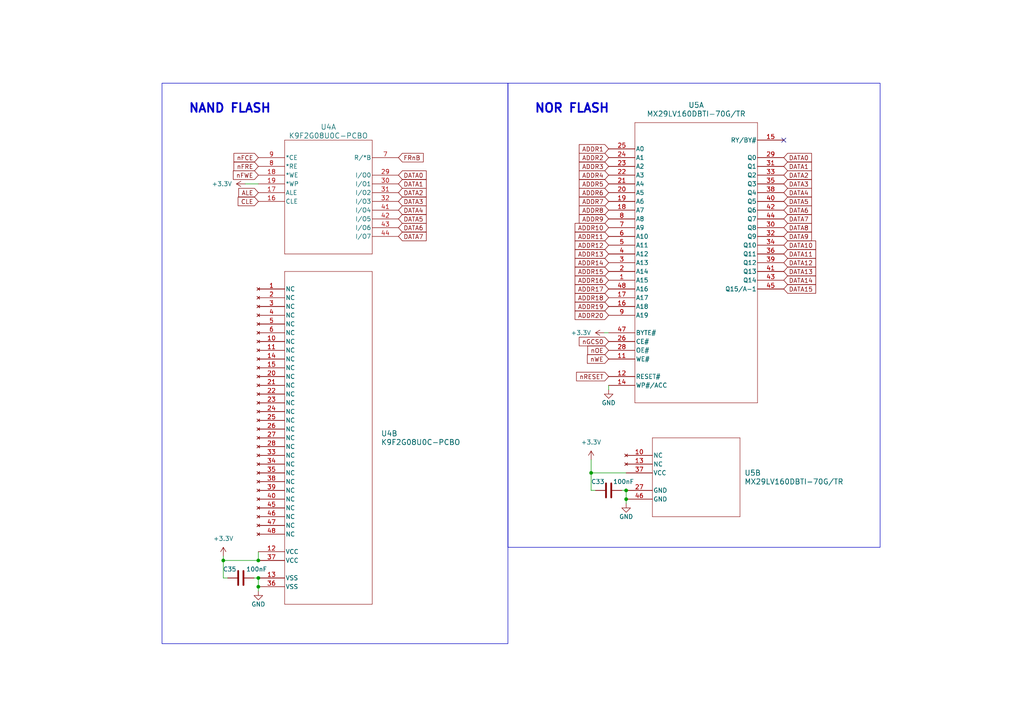
<source format=kicad_sch>
(kicad_sch (version 20230121) (generator eeschema)
  (paper "A4")
  (lib_symbols
    (symbol "Device:C" (pin_numbers hide) (pin_names (offset 0.254))
      (property "Reference" "C" (at 0.635 2.54 0))
      (property "Value" "C" (at 0.635 -2.54 0))
      (symbol "C_0_1"
        (polyline (pts (xy -2.032 -0.762) (xy 2.032 -0.762)) (stroke (width 0.508)))
        (polyline (pts (xy -2.032 0.762) (xy 2.032 0.762)) (stroke (width 0.508)))
      )
      (symbol "C_1_1"
        (pin passive line (at 0 3.81 270) (length 2.794) (name "~") (number "1"))
        (pin passive line (at 0 -3.81 90) (length 2.794) (name "~") (number "2"))
      )
    )
    (symbol "K9F2G08U0C:K9F2G08U0C-PCBO" (pin_names (offset 0.254))
      (property "Reference" "U" (at 20.32 10.16 0))
      (property "Value" "K9F2G08U0C-PCBO" (at 20.32 7.62 0))
      (symbol "K9F2G08U0C-PCBO_1_1"
        (polyline (pts (xy 7.62 -27.94) (xy 33.02 -27.94)) (stroke (width 0.127)))
        (polyline (pts (xy 7.62 5.08) (xy 7.62 -27.94)) (stroke (width 0.127)))
        (polyline (pts (xy 33.02 -27.94) (xy 33.02 5.08)) (stroke (width 0.127)))
        (polyline (pts (xy 33.02 5.08) (xy 7.62 5.08)) (stroke (width 0.127)))
        (pin input line (at 0 -12.7 0) (length 7.62) (name "CLE") (number "16"))
        (pin input line (at 0 -10.16 0) (length 7.62) (name "ALE") (number "17"))
        (pin input line (at 0 -5.08 0) (length 7.62) (name "*WE") (number "18"))
        (pin input line (at 0 -7.62 0) (length 7.62) (name "*WP") (number "19"))
        (pin bidirectional line (at 40.64 -5.08 180) (length 7.62) (name "I/O0") (number "29"))
        (pin bidirectional line (at 40.64 -7.62 180) (length 7.62) (name "I/O1") (number "30"))
        (pin bidirectional line (at 40.64 -10.16 180) (length 7.62) (name "I/O2") (number "31"))
        (pin bidirectional line (at 40.64 -12.7 180) (length 7.62) (name "I/O3") (number "32"))
        (pin bidirectional line (at 40.64 -15.24 180) (length 7.62) (name "I/O4") (number "41"))
        (pin bidirectional line (at 40.64 -17.78 180) (length 7.62) (name "I/O5") (number "42"))
        (pin bidirectional line (at 40.64 -20.32 180) (length 7.62) (name "I/O6") (number "43"))
        (pin bidirectional line (at 40.64 -22.86 180) (length 7.62) (name "I/O7") (number "44"))
        (pin output line (at 40.64 0 180) (length 7.62) (name "R/*B") (number "7"))
        (pin input line (at 0 -2.54 0) (length 7.62) (name "*RE") (number "8"))
        (pin input line (at 0 0 0) (length 7.62) (name "*CE") (number "9"))
      )
      (symbol "K9F2G08U0C-PCBO_2_1"
        (polyline (pts (xy 7.62 -91.44) (xy 33.02 -91.44)) (stroke (width 0.127)))
        (polyline (pts (xy 7.62 5.08) (xy 7.62 -91.44)) (stroke (width 0.127)))
        (polyline (pts (xy 33.02 -91.44) (xy 33.02 5.08)) (stroke (width 0.127)))
        (polyline (pts (xy 33.02 5.08) (xy 7.62 5.08)) (stroke (width 0.127)))
        (pin no_connect line (at 0 0 0) (length 7.62) (name "NC") (number "1"))
        (pin no_connect line (at 0 -15.24 0) (length 7.62) (name "NC") (number "10"))
        (pin no_connect line (at 0 -17.78 0) (length 7.62) (name "NC") (number "11"))
        (pin power_in line (at 0 -76.2 0) (length 7.62) (name "VCC") (number "12"))
        (pin power_out line (at 0 -83.82 0) (length 7.62) (name "VSS") (number "13"))
        (pin no_connect line (at 0 -20.32 0) (length 7.62) (name "NC") (number "14"))
        (pin no_connect line (at 0 -22.86 0) (length 7.62) (name "NC") (number "15"))
        (pin no_connect line (at 0 -2.54 0) (length 7.62) (name "NC") (number "2"))
        (pin no_connect line (at 0 -25.4 0) (length 7.62) (name "NC") (number "20"))
        (pin no_connect line (at 0 -27.94 0) (length 7.62) (name "NC") (number "21"))
        (pin no_connect line (at 0 -30.48 0) (length 7.62) (name "NC") (number "22"))
        (pin no_connect line (at 0 -33.02 0) (length 7.62) (name "NC") (number "23"))
        (pin no_connect line (at 0 -35.56 0) (length 7.62) (name "NC") (number "24"))
        (pin no_connect line (at 0 -38.1 0) (length 7.62) (name "NC") (number "25"))
        (pin no_connect line (at 0 -40.64 0) (length 7.62) (name "NC") (number "26"))
        (pin no_connect line (at 0 -43.18 0) (length 7.62) (name "NC") (number "27"))
        (pin no_connect line (at 0 -45.72 0) (length 7.62) (name "NC") (number "28"))
        (pin no_connect line (at 0 -5.08 0) (length 7.62) (name "NC") (number "3"))
        (pin no_connect line (at 0 -48.26 0) (length 7.62) (name "NC") (number "33"))
        (pin no_connect line (at 0 -50.8 0) (length 7.62) (name "NC") (number "34"))
        (pin no_connect line (at 0 -53.34 0) (length 7.62) (name "NC") (number "35"))
        (pin power_out line (at 0 -86.36 0) (length 7.62) (name "VSS") (number "36"))
        (pin power_in line (at 0 -78.74 0) (length 7.62) (name "VCC") (number "37"))
        (pin no_connect line (at 0 -55.88 0) (length 7.62) (name "NC") (number "38"))
        (pin no_connect line (at 0 -58.42 0) (length 7.62) (name "NC") (number "39"))
        (pin no_connect line (at 0 -7.62 0) (length 7.62) (name "NC") (number "4"))
        (pin no_connect line (at 0 -60.96 0) (length 7.62) (name "NC") (number "40"))
        (pin no_connect line (at 0 -63.5 0) (length 7.62) (name "NC") (number "45"))
        (pin no_connect line (at 0 -66.04 0) (length 7.62) (name "NC") (number "46"))
        (pin no_connect line (at 0 -68.58 0) (length 7.62) (name "NC") (number "47"))
        (pin no_connect line (at 0 -71.12 0) (length 7.62) (name "NC") (number "48"))
        (pin no_connect line (at 0 -10.16 0) (length 7.62) (name "NC") (number "5"))
        (pin no_connect line (at 0 -12.7 0) (length 7.62) (name "NC") (number "6"))
      )
    )
    (symbol "MX29LV160DBTI:MX29LV160DBTI-70G_TR" (pin_names (offset 0.254))
      (property "Reference" "U" (at 25.4 12.7 0))
      (property "Value" "MX29LV160DBTI-70G/TR" (at 25.4 10.16 0))
      (symbol "MX29LV160DBTI-70G_TR_1_1"
        (polyline (pts (xy 7.62 -73.66) (xy 43.18 -73.66)) (stroke (width 0.127)))
        (polyline (pts (xy 7.62 7.62) (xy 7.62 -73.66)) (stroke (width 0.127)))
        (polyline (pts (xy 43.18 -73.66) (xy 43.18 7.62)) (stroke (width 0.127)))
        (polyline (pts (xy 43.18 7.62) (xy 7.62 7.62)) (stroke (width 0.127)))
        (pin input line (at 0 -38.1 0) (length 7.62) (name "A15") (number "1"))
        (pin input line (at 0 -60.96 0) (length 7.62) (name "WE#") (number "11"))
        (pin unspecified line (at 0 -66.04 0) (length 7.62) (name "RESET#") (number "12"))
        (pin unspecified line (at 0 -68.58 0) (length 7.62) (name "WP#/ACC") (number "14"))
        (pin output line (at 50.8 2.54 180) (length 7.62) (name "RY/BY#") (number "15"))
        (pin input line (at 0 -45.72 0) (length 7.62) (name "A18") (number "16"))
        (pin input line (at 0 -43.18 0) (length 7.62) (name "A17") (number "17"))
        (pin input line (at 0 -17.78 0) (length 7.62) (name "A7") (number "18"))
        (pin input line (at 0 -15.24 0) (length 7.62) (name "A6") (number "19"))
        (pin input line (at 0 -35.56 0) (length 7.62) (name "A14") (number "2"))
        (pin input line (at 0 -12.7 0) (length 7.62) (name "A5") (number "20"))
        (pin input line (at 0 -10.16 0) (length 7.62) (name "A4") (number "21"))
        (pin input line (at 0 -7.62 0) (length 7.62) (name "A3") (number "22"))
        (pin input line (at 0 -5.08 0) (length 7.62) (name "A2") (number "23"))
        (pin input line (at 0 -2.54 0) (length 7.62) (name "A1") (number "24"))
        (pin input line (at 0 0 0) (length 7.62) (name "A0") (number "25"))
        (pin input line (at 0 -55.88 0) (length 7.62) (name "CE#") (number "26"))
        (pin input line (at 0 -58.42 0) (length 7.62) (name "OE#") (number "28"))
        (pin bidirectional line (at 50.8 -2.54 180) (length 7.62) (name "Q0") (number "29"))
        (pin input line (at 0 -33.02 0) (length 7.62) (name "A13") (number "3"))
        (pin bidirectional line (at 50.8 -22.86 180) (length 7.62) (name "Q8") (number "30"))
        (pin bidirectional line (at 50.8 -5.08 180) (length 7.62) (name "Q1") (number "31"))
        (pin bidirectional line (at 50.8 -25.4 180) (length 7.62) (name "Q9") (number "32"))
        (pin bidirectional line (at 50.8 -7.62 180) (length 7.62) (name "Q2") (number "33"))
        (pin bidirectional line (at 50.8 -27.94 180) (length 7.62) (name "Q10") (number "34"))
        (pin bidirectional line (at 50.8 -10.16 180) (length 7.62) (name "Q3") (number "35"))
        (pin bidirectional line (at 50.8 -30.48 180) (length 7.62) (name "Q11") (number "36"))
        (pin bidirectional line (at 50.8 -12.7 180) (length 7.62) (name "Q4") (number "38"))
        (pin bidirectional line (at 50.8 -33.02 180) (length 7.62) (name "Q12") (number "39"))
        (pin input line (at 0 -30.48 0) (length 7.62) (name "A12") (number "4"))
        (pin bidirectional line (at 50.8 -15.24 180) (length 7.62) (name "Q5") (number "40"))
        (pin bidirectional line (at 50.8 -35.56 180) (length 7.62) (name "Q13") (number "41"))
        (pin bidirectional line (at 50.8 -17.78 180) (length 7.62) (name "Q6") (number "42"))
        (pin bidirectional line (at 50.8 -38.1 180) (length 7.62) (name "Q14") (number "43"))
        (pin bidirectional line (at 50.8 -20.32 180) (length 7.62) (name "Q7") (number "44"))
        (pin bidirectional line (at 50.8 -40.64 180) (length 7.62) (name "Q15/A-1") (number "45"))
        (pin input line (at 0 -53.34 0) (length 7.62) (name "BYTE#") (number "47"))
        (pin input line (at 0 -40.64 0) (length 7.62) (name "A16") (number "48"))
        (pin input line (at 0 -27.94 0) (length 7.62) (name "A11") (number "5"))
        (pin input line (at 0 -25.4 0) (length 7.62) (name "A10") (number "6"))
        (pin input line (at 0 -22.86 0) (length 7.62) (name "A9") (number "7"))
        (pin input line (at 0 -20.32 0) (length 7.62) (name "A8") (number "8"))
        (pin input line (at 0 -48.26 0) (length 7.62) (name "A19") (number "9"))
      )
      (symbol "MX29LV160DBTI-70G_TR_2_1"
        (polyline (pts (xy 7.62 -17.78) (xy 33.02 -17.78)) (stroke (width 0.127)))
        (polyline (pts (xy 7.62 5.08) (xy 7.62 -17.78)) (stroke (width 0.127)))
        (polyline (pts (xy 33.02 -17.78) (xy 33.02 5.08)) (stroke (width 0.127)))
        (polyline (pts (xy 33.02 5.08) (xy 7.62 5.08)) (stroke (width 0.127)))
        (pin no_connect line (at 0 0 0) (length 7.62) (name "NC") (number "10"))
        (pin no_connect line (at 0 -2.54 0) (length 7.62) (name "NC") (number "13"))
        (pin power_out line (at 0 -10.16 0) (length 7.62) (name "GND") (number "27"))
        (pin power_in line (at 0 -5.08 0) (length 7.62) (name "VCC") (number "37"))
        (pin power_out line (at 0 -12.7 0) (length 7.62) (name "GND") (number "46"))
      )
    )
    (symbol "power:+3.3V" (power) (pin_names (offset 0))
      (property "Value" "+3.3V" (at 0 3.556 0))
      (symbol "+3.3V_0_1"
        (polyline (pts (xy -0.762 1.27) (xy 0 2.54)))
        (polyline (pts (xy 0 0) (xy 0 2.54)))
        (polyline (pts (xy 0 2.54) (xy 0.762 1.27)))
      )
      (symbol "+3.3V_1_1"
        (pin power_in line (at 0 0 90) (length 0) hide (name "+3.3V") (number "1"))
      )
    )
    (symbol "power:GND" (power) (pin_names (offset 0))
      (property "Value" "GND" (at 0 -3.81 0))
      (symbol "GND_0_1"
        (polyline (pts (xy 0 0) (xy 0 -1.27) (xy 1.27 -1.27) (xy 0 -2.54) (xy -1.27 -1.27) (xy 0 -1.27)))
      )
      (symbol "GND_1_1"
        (pin power_in line (at 0 0 270) (length 0) hide (name "GND") (number "1"))
      )
    )
  )
  (junction (at 74.93 167.64))
  (junction (at 181.61 144.78))
  (junction (at 74.93 162.56))
  (junction (at 171.45 137.16))
  (junction (at 181.61 142.24))
  (junction (at 64.77 162.56))
  (junction (at 74.93 170.18))
  (no_connect (at 227.33 40.64))
  (wire (pts (xy 64.77 161.29) (xy 64.77 162.56)))
  (wire (pts (xy 64.77 162.56) (xy 74.93 162.56)))
  (wire (pts (xy 73.66 167.64) (xy 74.93 167.64)))
  (wire (pts (xy 74.93 160.02) (xy 74.93 162.56)))
  (wire (pts (xy 171.45 142.24) (xy 171.45 137.16)))
  (wire (pts (xy 172.72 142.24) (xy 171.45 142.24)))
  (wire (pts (xy 176.53 113.03) (xy 176.53 111.76)))
  (wire (pts (xy 74.93 167.64) (xy 74.93 170.18)))
  (wire (pts (xy 71.12 53.34) (xy 74.93 53.34)))
  (wire (pts (xy 64.77 162.56) (xy 64.77 167.64)))
  (wire (pts (xy 171.45 133.35) (xy 171.45 137.16)))
  (wire (pts (xy 180.34 142.24) (xy 181.61 142.24)))
  (wire (pts (xy 175.26 96.52) (xy 176.53 96.52)))
  (wire (pts (xy 74.93 170.18) (xy 74.93 171.45)))
  (wire (pts (xy 181.61 142.24) (xy 181.61 144.78)))
  (wire (pts (xy 64.77 167.64) (xy 66.04 167.64)))
  (wire (pts (xy 171.45 137.16) (xy 181.61 137.16)))
  (wire (pts (xy 181.61 144.78) (xy 181.61 146.05)))
  (rectangle (start 147.32 24.13) (end 255.27 158.75))
  (rectangle (start 46.99 24.13) (end 147.32 186.69))
  (text "NOR FLASH" (at 154.94 33.02 0) (effects (font (size 2.54 2.54) (thickness 0.508) bold) (justify left bottom)))
  (text "NAND FLASH" (at 54.61 33.02 0) (effects (font (size 2.54 2.54) (thickness 0.508) bold) (justify left bottom)))
  (global_label "DATA6" (shape input) (at 227.33 60.96 0) (property "Intersheetrefs" "${INTERSHEET_REFS}" (effects hide)))
  (global_label "FRnB" (shape input) (at 115.57 45.72 0) (property "Intersheetrefs" "${INTERSHEET_REFS}" (effects hide)))
  (global_label "DATA0" (shape input) (at 115.57 50.8 0) (property "Intersheetrefs" "${INTERSHEET_REFS}" (effects hide)))
  (global_label "DATA9" (shape input) (at 227.33 68.58 0) (property "Intersheetrefs" "${INTERSHEET_REFS}" (effects hide)))
  (global_label "CLE" (shape input) (at 74.93 58.42 180) (property "Intersheetrefs" "${INTERSHEET_REFS}" (effects hide)))
  (global_label "nGCS0" (shape input) (at 176.53 99.06 180) (property "Intersheetrefs" "${INTERSHEET_REFS}" (effects hide)))
  (global_label "ADDR1" (shape input) (at 176.53 43.18 180) (property "Intersheetrefs" "${INTERSHEET_REFS}" (effects hide)))
  (global_label "ADDR13" (shape input) (at 176.53 73.66 180) (property "Intersheetrefs" "${INTERSHEET_REFS}" (effects hide)))
  (global_label "DATA3" (shape input) (at 115.57 58.42 0) (property "Intersheetrefs" "${INTERSHEET_REFS}" (effects hide)))
  (global_label "ADDR10" (shape input) (at 176.53 66.04 180) (property "Intersheetrefs" "${INTERSHEET_REFS}" (effects hide)))
  (global_label "ALE" (shape input) (at 74.93 55.88 180) (property "Intersheetrefs" "${INTERSHEET_REFS}" (effects hide)))
  (global_label "ADDR16" (shape input) (at 176.53 81.28 180) (property "Intersheetrefs" "${INTERSHEET_REFS}" (effects hide)))
  (global_label "DATA1" (shape input) (at 227.33 48.26 0) (property "Intersheetrefs" "${INTERSHEET_REFS}" (effects hide)))
  (global_label "nWE" (shape input) (at 176.53 104.14 180) (property "Intersheetrefs" "${INTERSHEET_REFS}" (effects hide)))
  (global_label "DATA0" (shape input) (at 227.33 45.72 0) (property "Intersheetrefs" "${INTERSHEET_REFS}" (effects hide)))
  (global_label "nOE" (shape input) (at 176.53 101.6 180) (property "Intersheetrefs" "${INTERSHEET_REFS}" (effects hide)))
  (global_label "DATA7" (shape input) (at 227.33 63.5 0) (property "Intersheetrefs" "${INTERSHEET_REFS}" (effects hide)))
  (global_label "nFCE" (shape input) (at 74.93 45.72 180) (property "Intersheetrefs" "${INTERSHEET_REFS}" (effects hide)))
  (global_label "nFWE" (shape input) (at 74.93 50.8 180) (property "Intersheetrefs" "${INTERSHEET_REFS}" (effects hide)))
  (global_label "DATA5" (shape input) (at 115.57 63.5 0) (property "Intersheetrefs" "${INTERSHEET_REFS}" (effects hide)))
  (global_label "nRESET" (shape input) (at 176.53 109.22 180) (property "Intersheetrefs" "${INTERSHEET_REFS}" (effects hide)))
  (global_label "DATA12" (shape input) (at 227.33 76.2 0) (property "Intersheetrefs" "${INTERSHEET_REFS}" (effects hide)))
  (global_label "DATA3" (shape input) (at 227.33 53.34 0) (property "Intersheetrefs" "${INTERSHEET_REFS}" (effects hide)))
  (global_label "DATA8" (shape input) (at 227.33 66.04 0) (property "Intersheetrefs" "${INTERSHEET_REFS}" (effects hide)))
  (global_label "nFRE" (shape input) (at 74.93 48.26 180) (property "Intersheetrefs" "${INTERSHEET_REFS}" (effects hide)))
  (global_label "DATA6" (shape input) (at 115.57 66.04 0) (property "Intersheetrefs" "${INTERSHEET_REFS}" (effects hide)))
  (global_label "ADDR18" (shape input) (at 176.53 86.36 180) (property "Intersheetrefs" "${INTERSHEET_REFS}" (effects hide)))
  (global_label "ADDR20" (shape input) (at 176.53 91.44 180) (property "Intersheetrefs" "${INTERSHEET_REFS}" (effects hide)))
  (global_label "DATA15" (shape input) (at 227.33 83.82 0) (property "Intersheetrefs" "${INTERSHEET_REFS}" (effects hide)))
  (global_label "DATA2" (shape input) (at 227.33 50.8 0) (property "Intersheetrefs" "${INTERSHEET_REFS}" (effects hide)))
  (global_label "DATA4" (shape input) (at 227.33 55.88 0) (property "Intersheetrefs" "${INTERSHEET_REFS}" (effects hide)))
  (global_label "DATA13" (shape input) (at 227.33 78.74 0) (property "Intersheetrefs" "${INTERSHEET_REFS}" (effects hide)))
  (global_label "ADDR11" (shape input) (at 176.53 68.58 180) (property "Intersheetrefs" "${INTERSHEET_REFS}" (effects hide)))
  (global_label "ADDR5" (shape input) (at 176.53 53.34 180) (property "Intersheetrefs" "${INTERSHEET_REFS}" (effects hide)))
  (global_label "DATA14" (shape input) (at 227.33 81.28 0) (property "Intersheetrefs" "${INTERSHEET_REFS}" (effects hide)))
  (global_label "DATA10" (shape input) (at 227.33 71.12 0) (property "Intersheetrefs" "${INTERSHEET_REFS}" (effects hide)))
  (global_label "DATA7" (shape input) (at 115.57 68.58 0) (property "Intersheetrefs" "${INTERSHEET_REFS}" (effects hide)))
  (global_label "ADDR14" (shape input) (at 176.53 76.2 180) (property "Intersheetrefs" "${INTERSHEET_REFS}" (effects hide)))
  (global_label "ADDR12" (shape input) (at 176.53 71.12 180) (property "Intersheetrefs" "${INTERSHEET_REFS}" (effects hide)))
  (global_label "DATA1" (shape input) (at 115.57 53.34 0) (property "Intersheetrefs" "${INTERSHEET_REFS}" (effects hide)))
  (global_label "ADDR4" (shape input) (at 176.53 50.8 180) (property "Intersheetrefs" "${INTERSHEET_REFS}" (effects hide)))
  (global_label "ADDR9" (shape input) (at 176.53 63.5 180) (property "Intersheetrefs" "${INTERSHEET_REFS}" (effects hide)))
  (global_label "ADDR8" (shape input) (at 176.53 60.96 180) (property "Intersheetrefs" "${INTERSHEET_REFS}" (effects hide)))
  (global_label "DATA5" (shape input) (at 227.33 58.42 0) (property "Intersheetrefs" "${INTERSHEET_REFS}" (effects hide)))
  (global_label "ADDR17" (shape input) (at 176.53 83.82 180) (property "Intersheetrefs" "${INTERSHEET_REFS}" (effects hide)))
  (global_label "DATA4" (shape input) (at 115.57 60.96 0) (property "Intersheetrefs" "${INTERSHEET_REFS}" (effects hide)))
  (global_label "ADDR2" (shape input) (at 176.53 45.72 180) (property "Intersheetrefs" "${INTERSHEET_REFS}" (effects hide)))
  (global_label "ADDR15" (shape input) (at 176.53 78.74 180) (property "Intersheetrefs" "${INTERSHEET_REFS}" (effects hide)))
  (global_label "DATA2" (shape input) (at 115.57 55.88 0) (property "Intersheetrefs" "${INTERSHEET_REFS}" (effects hide)))
  (global_label "ADDR6" (shape input) (at 176.53 55.88 180) (property "Intersheetrefs" "${INTERSHEET_REFS}" (effects hide)))
  (global_label "ADDR19" (shape input) (at 176.53 88.9 180) (property "Intersheetrefs" "${INTERSHEET_REFS}" (effects hide)))
  (global_label "ADDR7" (shape input) (at 176.53 58.42 180) (property "Intersheetrefs" "${INTERSHEET_REFS}" (effects hide)))
  (global_label "DATA11" (shape input) (at 227.33 73.66 0) (property "Intersheetrefs" "${INTERSHEET_REFS}" (effects hide)))
  (global_label "ADDR3" (shape input) (at 176.53 48.26 180) (property "Intersheetrefs" "${INTERSHEET_REFS}" (effects hide)))
  (symbol (lib_id "power:GND") (at 181.61 146.05 0) (unit 1)
    (property "Reference" "#PWR026" (effects hide))
    (property "Value" "GND" (at 181.61 149.86 0))
  )
  (symbol (lib_id "K9F2G08U0C:K9F2G08U0C-PCBO") (at 74.93 83.82 0) (unit 2)
    (property "Reference" "U4" (at 110.49 125.73 0) (effects (font (size 1.524 1.524)) (justify left)))
    (property "Value" "K9F2G08U0C-PCBO" (at 110.49 128.27 0) (effects (font (size 1.524 1.524)) (justify left)))
    (property "Footprint" "lib_eins2440:TSOP1-48L_SAM" (effects hide))
    (property "Datasheet" "K9F2G08U0C-PCBO" (effects hide))
  )
  (symbol (lib_id "power:GND") (at 176.53 113.03 0) (unit 1)
    (property "Reference" "#PWR024" (effects hide))
    (property "Value" "GND" (at 176.53 116.84 0))
  )
  (symbol (lib_id "power:+3.3V") (at 64.77 161.29 0) (unit 1)
    (property "Reference" "#PWR020" (effects hide))
    (property "Value" "+3.3V" (at 64.77 156.21 0))
  )
  (symbol (lib_id "MX29LV160DBTI:MX29LV160DBTI-70G_TR") (at 181.61 132.08 0) (unit 2)
    (property "Reference" "U5" (at 215.9 137.16 0) (effects (font (size 1.524 1.524)) (justify left)))
    (property "Value" "MX29LV160DBTI-70G/TR" (at 215.9 139.7 0) (effects (font (size 1.524 1.524)) (justify left)))
    (property "Footprint" "lib_eins2440:TSOP1-48L_SAM" (effects hide))
    (property "Datasheet" "MX29LV160DBTI-70G/TR" (effects hide))
  )
  (symbol (lib_id "MX29LV160DBTI:MX29LV160DBTI-70G_TR") (at 176.53 43.18 0) (unit 1)
    (property "Reference" "U5" (at 201.93 30.48 0) (effects (font (size 1.524 1.524))))
    (property "Value" "MX29LV160DBTI-70G/TR" (at 201.93 33.02 0) (effects (font (size 1.524 1.524))))
    (property "Footprint" "lib_eins2440:TSOP1-48L_SAM" (effects hide))
    (property "Datasheet" "MX29LV160DBTI-70G/TR" (effects hide))
  )
  (symbol (lib_id "power:+3.3V") (at 171.45 133.35 0) (unit 1)
    (property "Reference" "#PWR025" (effects hide))
    (property "Value" "+3.3V" (at 171.45 128.27 0))
  )
  (symbol (lib_id "power:+3.3V") (at 175.26 96.52 90) (unit 1)
    (property "Reference" "#PWR023" (effects hide))
    (property "Value" "+3.3V" (at 171.45 96.52 90) (effects (justify left)))
  )
  (symbol (lib_id "power:+3.3V") (at 71.12 53.34 90) (unit 1)
    (property "Reference" "#PWR019" (effects hide))
    (property "Value" "+3.3V" (at 67.31 53.34 90) (effects (justify left)))
  )
  (symbol (lib_id "power:GND") (at 74.93 171.45 0) (unit 1)
    (property "Reference" "#PWR021" (effects hide))
    (property "Value" "GND" (at 74.93 175.26 0))
  )
  (symbol (lib_id "Device:C") (at 176.53 142.24 270) (unit 1)
    (property "Reference" "C33" (at 171.45 139.7 90) (effects (justify left)))
    (property "Value" "100nF" (at 177.8 139.7 90) (effects (justify left)))
    (property "Footprint" "Capacitor_SMD:C_0603_1608Metric" (effects hide))
  )
  (symbol (lib_id "Device:C") (at 69.85 167.64 90) (unit 1)
    (property "Reference" "C35" (at 68.58 165.1 90) (effects (justify left)))
    (property "Value" "100nF" (at 77.47 165.1 90) (effects (justify left)))
    (property "Footprint" "Capacitor_SMD:C_0603_1608Metric" (effects hide))
  )
  (symbol (lib_id "K9F2G08U0C:K9F2G08U0C-PCBO") (at 74.93 45.72 0) (unit 1)
    (property "Reference" "U4" (at 95.25 36.83 0) (effects (font (size 1.524 1.524))))
    (property "Value" "K9F2G08U0C-PCBO" (at 95.25 39.37 0) (effects (font (size 1.524 1.524))))
    (property "Footprint" "lib_eins2440:TSOP1-48L_SAM" (effects hide))
    (property "Datasheet" "K9F2G08U0C-PCBO" (effects hide))
  )
)
</source>
